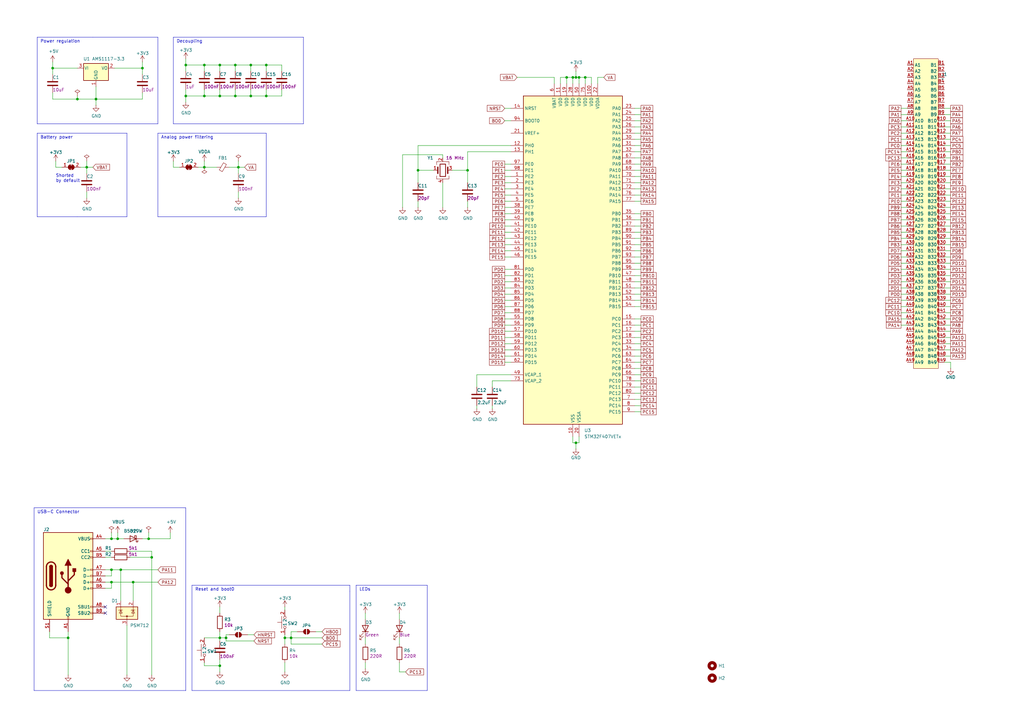
<source format=kicad_sch>
(kicad_sch (version 20250114) (generator "eeschema") (generator_version "9.0")
  (paper "A3")
  (text "Analog power filtering" (at 66.04 57.15 0) (effects (font (size 1.27 1.27)) (justify left bottom)))
  (text "Decoupling" (at 72.39 17.78 0) (effects (font (size 1.27 1.27)) (justify left bottom)))
  (text "Power regulation" (at 16.51 17.78 0) (effects (font (size 1.27 1.27)) (justify left bottom)))
  (text "USB-C Connector" (at 15.24 210.82 0) (effects (font (size 1.27 1.27)) (justify left bottom)))
  (text "LEDs" (at 147.32 242.57 0) (effects (font (size 1.27 1.27)) (justify left bottom)))
  (text "Reset and boot0" (at 80.01 242.57 0) (effects (font (size 1.27 1.27)) (justify left bottom)))
  (text "Battery power" (at 16.51 57.15 0) (effects (font (size 1.27 1.27)) (justify left bottom)))
  (text "Shorted\nby default" (at 22.86 74.93 0) (effects (font (size 1.27 1.27)) (justify left bottom)))
  (junction (at 58.42 27.94))
  (junction (at 35.56 68.58))
  (junction (at 116.84 261.62))
  (junction (at 39.37 40.64))
  (junction (at 62.23 228.6))
  (junction (at 92.71 261.62))
  (junction (at 60.96 220.98))
  (junction (at 90.17 261.62))
  (junction (at 76.2 26.67))
  (junction (at 90.17 26.67))
  (junction (at 48.26 220.98))
  (junction (at 45.72 238.76))
  (junction (at 109.22 39.37))
  (junction (at 90.17 39.37))
  (junction (at 102.87 39.37))
  (junction (at 96.52 39.37))
  (junction (at 54.61 238.76))
  (junction (at 102.87 26.67))
  (junction (at 236.22 31.75))
  (junction (at 49.53 233.68))
  (junction (at 27.94 261.62))
  (junction (at 76.2 39.37))
  (junction (at 83.82 68.58))
  (junction (at 45.72 220.98))
  (junction (at 90.17 273.05))
  (junction (at 83.82 39.37))
  (junction (at 240.03 31.75))
  (junction (at 31.75 40.64))
  (junction (at 119.38 261.62))
  (junction (at 83.82 26.67))
  (junction (at 234.95 31.75))
  (junction (at 232.41 31.75))
  (junction (at 237.49 31.75))
  (junction (at 21.59 27.94))
  (junction (at 109.22 26.67))
  (junction (at 45.72 233.68))
  (junction (at 97.79 68.58))
  (junction (at 171.45 69.85))
  (junction (at 236.22 181.61))
  (junction (at 191.77 69.85))
  (junction (at 96.52 26.67))
  (no_connect (at 43.18 248.92))
  (no_connect (at 43.18 251.46))
  (wire (pts (xy 96.52 39.37) (xy 90.17 39.37)))
  (wire (pts (xy 369.57 107.95) (xy 372.11 107.95)))
  (wire (pts (xy 21.59 27.94) (xy 21.59 25.4)))
  (wire (pts (xy 96.52 26.67) (xy 90.17 26.67)))
  (wire (pts (xy 369.57 110.49) (xy 372.11 110.49)))
  (wire (pts (xy 369.57 123.19) (xy 372.11 123.19)))
  (wire (pts (xy 262.89 140.97) (xy 260.35 140.97)))
  (wire (pts (xy 207.01 90.17) (xy 209.55 90.17)))
  (wire (pts (xy 237.49 179.07) (xy 237.49 181.61)))
  (wire (pts (xy 102.87 29.21) (xy 102.87 26.67)))
  (wire (pts (xy 242.57 34.29) (xy 242.57 31.75)))
  (wire (pts (xy 76.2 26.67) (xy 76.2 24.13)))
  (wire (pts (xy 83.82 66.04) (xy 83.82 68.58)))
  (wire (pts (xy 234.95 31.75) (xy 236.22 31.75)))
  (wire (pts (xy 116.84 260.35) (xy 116.84 261.62)))
  (wire (pts (xy 90.17 261.62) (xy 90.17 262.89)))
  (polyline (pts (xy 109.22 54.61) (xy 109.22 88.9)))
  (polyline (pts (xy 15.24 54.61) (xy 52.07 54.61)))
  (wire (pts (xy 201.93 166.37) (xy 201.93 167.64)))
  (wire (pts (xy 232.41 31.75) (xy 234.95 31.75)))
  (wire (pts (xy 181.61 74.93) (xy 181.61 85.09)))
  (wire (pts (xy 132.08 264.16) (xy 119.38 264.16)))
  (wire (pts (xy 227.33 34.29) (xy 227.33 31.75)))
  (wire (pts (xy 22.86 66.04) (xy 22.86 68.58)))
  (wire (pts (xy 45.72 228.6) (xy 43.18 228.6)))
  (wire (pts (xy 262.89 123.19) (xy 260.35 123.19)))
  (wire (pts (xy 21.59 38.1) (xy 21.59 40.64)))
  (wire (pts (xy 207.01 44.45) (xy 209.55 44.45)))
  (wire (pts (xy 76.2 26.67) (xy 76.2 29.21)))
  (wire (pts (xy 369.57 113.03) (xy 372.11 113.03)))
  (wire (pts (xy 369.57 64.77) (xy 372.11 64.77)))
  (wire (pts (xy 97.79 68.58) (xy 100.33 68.58)))
  (wire (pts (xy 54.61 238.76) (xy 64.77 238.76)))
  (wire (pts (xy 237.49 31.75) (xy 240.03 31.75)))
  (wire (pts (xy 90.17 275.59) (xy 90.17 273.05)))
  (wire (pts (xy 262.89 110.49) (xy 260.35 110.49)))
  (wire (pts (xy 20.32 259.08) (xy 20.32 261.62)))
  (wire (pts (xy 234.95 179.07) (xy 234.95 181.61)))
  (wire (pts (xy 369.57 67.31) (xy 372.11 67.31)))
  (wire (pts (xy 90.17 273.05) (xy 90.17 270.51)))
  (wire (pts (xy 389.89 62.23) (xy 387.35 62.23)))
  (wire (pts (xy 369.57 102.87) (xy 372.11 102.87)))
  (wire (pts (xy 31.75 40.64) (xy 39.37 40.64)))
  (wire (pts (xy 132.08 261.62) (xy 119.38 261.62)))
  (wire (pts (xy 262.89 107.95) (xy 260.35 107.95)))
  (wire (pts (xy 92.71 262.89) (xy 92.71 261.62)))
  (wire (pts (xy 369.57 74.93) (xy 372.11 74.93)))
  (wire (pts (xy 389.89 125.73) (xy 387.35 125.73)))
  (polyline (pts (xy 64.77 15.24) (xy 64.77 50.8)))
  (wire (pts (xy 262.89 118.11) (xy 260.35 118.11)))
  (wire (pts (xy 83.82 39.37) (xy 83.82 36.83)))
  (wire (pts (xy 60.96 220.98) (xy 69.85 220.98)))
  (wire (pts (xy 262.89 146.05) (xy 260.35 146.05)))
  (wire (pts (xy 171.45 59.69) (xy 171.45 69.85)))
  (wire (pts (xy 389.89 118.11) (xy 387.35 118.11)))
  (wire (pts (xy 389.89 105.41) (xy 387.35 105.41)))
  (polyline (pts (xy 78.74 240.03) (xy 143.51 240.03)))
  (wire (pts (xy 116.84 248.92) (xy 116.84 250.19)))
  (wire (pts (xy 262.89 161.29) (xy 260.35 161.29)))
  (wire (pts (xy 53.34 226.06) (xy 62.23 226.06)))
  (polyline (pts (xy 64.77 50.8) (xy 15.24 50.8)))
  (wire (pts (xy 27.94 259.08) (xy 27.94 261.62)))
  (wire (pts (xy 389.89 85.09) (xy 387.35 85.09)))
  (wire (pts (xy 389.89 74.93) (xy 387.35 74.93)))
  (polyline (pts (xy 124.46 50.8) (xy 71.12 50.8)))
  (wire (pts (xy 119.38 261.62) (xy 116.84 261.62)))
  (wire (pts (xy 389.89 69.85) (xy 387.35 69.85)))
  (wire (pts (xy 369.57 72.39) (xy 372.11 72.39)))
  (wire (pts (xy 43.18 226.06) (xy 45.72 226.06)))
  (wire (pts (xy 245.11 31.75) (xy 245.11 34.29)))
  (wire (pts (xy 262.89 135.89) (xy 260.35 135.89)))
  (polyline (pts (xy 13.97 283.21) (xy 13.97 208.28)))
  (wire (pts (xy 207.01 102.87) (xy 209.55 102.87)))
  (wire (pts (xy 389.89 107.95) (xy 387.35 107.95)))
  (wire (pts (xy 369.57 100.33) (xy 372.11 100.33)))
  (wire (pts (xy 207.01 138.43) (xy 209.55 138.43)))
  (wire (pts (xy 191.77 62.23) (xy 209.55 62.23)))
  (wire (pts (xy 389.89 80.01) (xy 387.35 80.01)))
  (wire (pts (xy 229.87 34.29) (xy 229.87 31.75)))
  (polyline (pts (xy 109.22 88.9) (xy 64.77 88.9)))
  (wire (pts (xy 262.89 97.79) (xy 260.35 97.79)))
  (wire (pts (xy 58.42 27.94) (xy 58.42 30.48)))
  (wire (pts (xy 20.32 261.62) (xy 27.94 261.62)))
  (wire (pts (xy 177.8 69.85) (xy 171.45 69.85)))
  (wire (pts (xy 33.02 68.58) (xy 35.56 68.58)))
  (polyline (pts (xy 146.05 283.21) (xy 146.05 240.03)))
  (wire (pts (xy 369.57 69.85) (xy 372.11 69.85)))
  (wire (pts (xy 262.89 166.37) (xy 260.35 166.37)))
  (wire (pts (xy 207.01 143.51) (xy 209.55 143.51)))
  (wire (pts (xy 92.71 261.62) (xy 92.71 260.35)))
  (wire (pts (xy 212.09 31.75) (xy 227.33 31.75)))
  (wire (pts (xy 76.2 41.91) (xy 76.2 39.37)))
  (wire (pts (xy 48.26 220.98) (xy 50.8 220.98)))
  (wire (pts (xy 181.61 64.77) (xy 181.61 63.5)))
  (wire (pts (xy 21.59 27.94) (xy 21.59 30.48)))
  (wire (pts (xy 115.57 26.67) (xy 115.57 29.21)))
  (wire (pts (xy 109.22 36.83) (xy 109.22 39.37)))
  (wire (pts (xy 195.58 153.67) (xy 195.58 158.75)))
  (wire (pts (xy 389.89 82.55) (xy 387.35 82.55)))
  (wire (pts (xy 21.59 27.94) (xy 31.75 27.94)))
  (wire (pts (xy 191.77 69.85) (xy 191.77 74.93)))
  (wire (pts (xy 389.89 130.81) (xy 387.35 130.81)))
  (wire (pts (xy 262.89 82.55) (xy 260.35 82.55)))
  (polyline (pts (xy 38.1 15.24) (xy 64.77 15.24)))
  (wire (pts (xy 81.28 68.58) (xy 83.82 68.58)))
  (wire (pts (xy 71.12 68.58) (xy 73.66 68.58)))
  (wire (pts (xy 262.89 64.77) (xy 260.35 64.77)))
  (wire (pts (xy 90.17 26.67) (xy 83.82 26.67)))
  (wire (pts (xy 45.72 238.76) (xy 54.61 238.76)))
  (wire (pts (xy 369.57 80.01) (xy 372.11 80.01)))
  (wire (pts (xy 90.17 261.62) (xy 92.71 261.62)))
  (wire (pts (xy 207.01 113.03) (xy 209.55 113.03)))
  (wire (pts (xy 207.01 133.35) (xy 209.55 133.35)))
  (wire (pts (xy 149.86 264.16) (xy 149.86 261.62)))
  (wire (pts (xy 236.22 29.21) (xy 236.22 31.75)))
  (wire (pts (xy 262.89 120.65) (xy 260.35 120.65)))
  (wire (pts (xy 262.89 113.03) (xy 260.35 113.03)))
  (wire (pts (xy 45.72 236.22) (xy 45.72 233.68)))
  (wire (pts (xy 207.01 80.01) (xy 209.55 80.01)))
  (wire (pts (xy 389.89 72.39) (xy 387.35 72.39)))
  (wire (pts (xy 62.23 226.06) (xy 62.23 228.6)))
  (wire (pts (xy 389.89 90.17) (xy 387.35 90.17)))
  (wire (pts (xy 262.89 163.83) (xy 260.35 163.83)))
  (wire (pts (xy 389.89 113.03) (xy 387.35 113.03)))
  (wire (pts (xy 207.01 115.57) (xy 209.55 115.57)))
  (wire (pts (xy 389.89 52.07) (xy 387.35 52.07)))
  (wire (pts (xy 191.77 62.23) (xy 191.77 69.85)))
  (wire (pts (xy 262.89 151.13) (xy 260.35 151.13)))
  (wire (pts (xy 262.89 67.31) (xy 260.35 67.31)))
  (wire (pts (xy 387.35 146.05) (xy 389.89 146.05)))
  (wire (pts (xy 369.57 125.73) (xy 372.11 125.73)))
  (wire (pts (xy 237.49 181.61) (xy 236.22 181.61)))
  (wire (pts (xy 262.89 143.51) (xy 260.35 143.51)))
  (wire (pts (xy 60.96 218.44) (xy 60.96 220.98)))
  (wire (pts (xy 83.82 68.58) (xy 88.9 68.58)))
  (wire (pts (xy 262.89 90.17) (xy 260.35 90.17)))
  (wire (pts (xy 262.89 74.93) (xy 260.35 74.93)))
  (wire (pts (xy 387.35 44.45) (xy 389.89 44.45)))
  (wire (pts (xy 240.03 31.75) (xy 242.57 31.75)))
  (wire (pts (xy 207.01 140.97) (xy 209.55 140.97)))
  (wire (pts (xy 232.41 34.29) (xy 232.41 31.75)))
  (wire (pts (xy 262.89 138.43) (xy 260.35 138.43)))
  (wire (pts (xy 369.57 128.27) (xy 372.11 128.27)))
  (wire (pts (xy 181.61 63.5) (xy 165.1 63.5)))
  (wire (pts (xy 369.57 97.79) (xy 372.11 97.79)))
  (wire (pts (xy 43.18 241.3) (xy 45.72 241.3)))
  (wire (pts (xy 90.17 259.08) (xy 90.17 261.62)))
  (wire (pts (xy 262.89 69.85) (xy 260.35 69.85)))
  (wire (pts (xy 387.35 49.53) (xy 389.89 49.53)))
  (polyline (pts (xy 71.12 15.24) (xy 124.46 15.24)))
  (wire (pts (xy 262.89 54.61) (xy 260.35 54.61)))
  (wire (pts (xy 262.89 92.71) (xy 260.35 92.71)))
  (wire (pts (xy 389.89 138.43) (xy 387.35 138.43)))
  (wire (pts (xy 92.71 260.35) (xy 93.98 260.35)))
  (wire (pts (xy 90.17 39.37) (xy 83.82 39.37)))
  (wire (pts (xy 229.87 31.75) (xy 232.41 31.75)))
  (wire (pts (xy 52.07 256.54) (xy 52.07 276.86)))
  (wire (pts (xy 58.42 38.1) (xy 58.42 40.64)))
  (polyline (pts (xy 175.26 283.21) (xy 146.05 283.21)))
  (wire (pts (xy 262.89 168.91) (xy 260.35 168.91)))
  (wire (pts (xy 171.45 82.55) (xy 171.45 85.09)))
  (wire (pts (xy 97.79 78.74) (xy 97.79 81.28)))
  (wire (pts (xy 389.89 92.71) (xy 387.35 92.71)))
  (wire (pts (xy 262.89 80.01) (xy 260.35 80.01)))
  (wire (pts (xy 389.89 123.19) (xy 387.35 123.19)))
  (wire (pts (xy 387.35 46.99) (xy 389.89 46.99)))
  (wire (pts (xy 207.01 125.73) (xy 209.55 125.73)))
  (wire (pts (xy 262.89 130.81) (xy 260.35 130.81)))
  (wire (pts (xy 96.52 26.67) (xy 96.52 29.21)))
  (wire (pts (xy 207.01 146.05) (xy 209.55 146.05)))
  (polyline (pts (xy 124.46 15.24) (xy 124.46 50.8)))
  (wire (pts (xy 97.79 68.58) (xy 97.79 71.12)))
  (wire (pts (xy 262.89 57.15) (xy 260.35 57.15)))
  (wire (pts (xy 369.57 44.45) (xy 372.11 44.45)))
  (wire (pts (xy 83.82 271.78) (xy 83.82 273.05)))
  (wire (pts (xy 262.89 148.59) (xy 260.35 148.59)))
  (polyline (pts (xy 143.51 242.57) (xy 143.51 283.21)))
  (polyline (pts (xy 64.77 54.61) (xy 64.77 88.9)))
  (wire (pts (xy 207.01 77.47) (xy 209.55 77.47)))
  (wire (pts (xy 116.84 271.78) (xy 116.84 275.59)))
  (polyline (pts (xy 15.24 88.9) (xy 15.24 54.61)))
  (wire (pts (xy 369.57 92.71) (xy 372.11 92.71)))
  (wire (pts (xy 119.38 264.16) (xy 119.38 261.62)))
  (wire (pts (xy 389.89 128.27) (xy 387.35 128.27)))
  (wire (pts (xy 207.01 135.89) (xy 209.55 135.89)))
  (polyline (pts (xy 76.2 283.21) (xy 13.97 283.21)))
  (wire (pts (xy 31.75 39.37) (xy 31.75 40.64)))
  (wire (pts (xy 262.89 100.33) (xy 260.35 100.33)))
  (polyline (pts (xy 15.24 50.8) (xy 15.24 15.24)))
  (wire (pts (xy 165.1 63.5) (xy 165.1 85.09)))
  (wire (pts (xy 209.55 59.69) (xy 171.45 59.69)))
  (wire (pts (xy 237.49 34.29) (xy 237.49 31.75)))
  (wire (pts (xy 207.01 49.53) (xy 209.55 49.53)))
  (wire (pts (xy 163.83 275.59) (xy 166.37 275.59)))
  (wire (pts (xy 207.01 92.71) (xy 209.55 92.71)))
  (wire (pts (xy 201.93 156.21) (xy 209.55 156.21)))
  (wire (pts (xy 22.86 68.58) (xy 25.4 68.58)))
  (wire (pts (xy 45.72 218.44) (xy 45.72 220.98)))
  (wire (pts (xy 54.61 238.76) (xy 54.61 246.38)))
  (wire (pts (xy 39.37 43.18) (xy 39.37 40.64)))
  (wire (pts (xy 53.34 228.6) (xy 62.23 228.6)))
  (wire (pts (xy 234.95 34.29) (xy 234.95 31.75)))
  (wire (pts (xy 389.89 64.77) (xy 387.35 64.77)))
  (wire (pts (xy 90.17 36.83) (xy 90.17 39.37)))
  (wire (pts (xy 102.87 39.37) (xy 96.52 39.37)))
  (wire (pts (xy 163.83 251.46) (xy 163.83 254)))
  (wire (pts (xy 39.37 35.56) (xy 39.37 40.64)))
  (wire (pts (xy 262.89 133.35) (xy 260.35 133.35)))
  (polyline (pts (xy 76.2 283.21) (xy 76.2 283.21)))
  (wire (pts (xy 49.53 233.68) (xy 64.77 233.68)))
  (wire (pts (xy 207.01 74.93) (xy 209.55 74.93)))
  (wire (pts (xy 387.35 143.51) (xy 389.89 143.51)))
  (wire (pts (xy 102.87 26.67) (xy 109.22 26.67)))
  (wire (pts (xy 207.01 82.55) (xy 209.55 82.55)))
  (wire (pts (xy 207.01 120.65) (xy 209.55 120.65)))
  (wire (pts (xy 207.01 130.81) (xy 209.55 130.81)))
  (wire (pts (xy 209.55 153.67) (xy 195.58 153.67)))
  (wire (pts (xy 191.77 82.55) (xy 191.77 85.09)))
  (wire (pts (xy 207.01 87.63) (xy 209.55 87.63)))
  (wire (pts (xy 83.82 273.05) (xy 90.17 273.05)))
  (wire (pts (xy 35.56 78.74) (xy 35.56 81.28)))
  (wire (pts (xy 369.57 115.57) (xy 372.11 115.57)))
  (wire (pts (xy 262.89 52.07) (xy 260.35 52.07)))
  (wire (pts (xy 69.85 220.98) (xy 69.85 218.44)))
  (wire (pts (xy 262.89 156.21) (xy 260.35 156.21)))
  (wire (pts (xy 262.89 105.41) (xy 260.35 105.41)))
  (wire (pts (xy 262.89 49.53) (xy 260.35 49.53)))
  (wire (pts (xy 207.01 128.27) (xy 209.55 128.27)))
  (wire (pts (xy 104.14 262.89) (xy 92.71 262.89)))
  (wire (pts (xy 45.72 233.68) (xy 49.53 233.68)))
  (wire (pts (xy 369.57 57.15) (xy 372.11 57.15)))
  (wire (pts (xy 48.26 218.44) (xy 48.26 220.98)))
  (wire (pts (xy 129.54 259.08) (xy 132.08 259.08)))
  (wire (pts (xy 389.89 115.57) (xy 387.35 115.57)))
  (wire (pts (xy 369.57 90.17) (xy 372.11 90.17)))
  (polyline (pts (xy 15.24 15.24) (xy 38.1 15.24)))
  (wire (pts (xy 389.89 102.87) (xy 387.35 102.87)))
  (wire (pts (xy 58.42 220.98) (xy 60.96 220.98)))
  (wire (pts (xy 71.12 66.04) (xy 71.12 68.58)))
  (wire (pts (xy 101.6 260.35) (xy 104.14 260.35)))
  (wire (pts (xy 369.57 118.11) (xy 372.11 118.11)))
  (wire (pts (xy 262.89 44.45) (xy 260.35 44.45)))
  (wire (pts (xy 369.57 62.23) (xy 372.11 62.23)))
  (wire (pts (xy 369.57 95.25) (xy 372.11 95.25)))
  (wire (pts (xy 43.18 236.22) (xy 45.72 236.22)))
  (wire (pts (xy 207.01 105.41) (xy 209.55 105.41)))
  (polyline (pts (xy 149.86 240.03) (xy 175.26 240.03)))
  (wire (pts (xy 389.89 120.65) (xy 387.35 120.65)))
  (polyline (pts (xy 143.51 283.21) (xy 78.74 283.21)))
  (polyline (pts (xy 146.05 240.03) (xy 149.86 240.03)))
  (wire (pts (xy 21.59 40.64) (xy 31.75 40.64)))
  (wire (pts (xy 389.89 67.31) (xy 387.35 67.31)))
  (wire (pts (xy 262.89 87.63) (xy 260.35 87.63)))
  (wire (pts (xy 43.18 220.98) (xy 45.72 220.98)))
  (wire (pts (xy 389.89 148.59) (xy 389.89 151.13)))
  (wire (pts (xy 76.2 39.37) (xy 83.82 39.37)))
  (wire (pts (xy 247.65 31.75) (xy 245.11 31.75)))
  (wire (pts (xy 58.42 27.94) (xy 58.42 25.4)))
  (polyline (pts (xy 143.51 240.03) (xy 143.51 242.57)))
  (wire (pts (xy 262.89 46.99) (xy 260.35 46.99)))
  (wire (pts (xy 262.89 72.39) (xy 260.35 72.39)))
  (wire (pts (xy 389.89 135.89) (xy 387.35 135.89)))
  (wire (pts (xy 45.72 220.98) (xy 48.26 220.98)))
  (wire (pts (xy 369.57 87.63) (xy 372.11 87.63)))
  (wire (pts (xy 207.01 72.39) (xy 209.55 72.39)))
  (polyline (pts (xy 175.26 240.03) (xy 175.26 283.21)))
  (wire (pts (xy 207.01 97.79) (xy 209.55 97.79)))
  (wire (pts (xy 39.37 40.64) (xy 58.42 40.64)))
  (wire (pts (xy 201.93 156.21) (xy 201.93 158.75)))
  (wire (pts (xy 207.01 95.25) (xy 209.55 95.25)))
  (polyline (pts (xy 52.07 54.61) (xy 52.07 88.9)))
  (wire (pts (xy 45.72 238.76) (xy 43.18 238.76)))
  (polyline (pts (xy 31.75 88.9) (xy 15.24 88.9)))
  (wire (pts (xy 369.57 82.55) (xy 372.11 82.55)))
  (wire (pts (xy 369.57 120.65) (xy 372.11 120.65)))
  (wire (pts (xy 369.57 54.61) (xy 372.11 54.61)))
  (wire (pts (xy 76.2 26.67) (xy 83.82 26.67)))
  (wire (pts (xy 262.89 59.69) (xy 260.35 59.69)))
  (wire (pts (xy 35.56 68.58) (xy 38.1 68.58)))
  (wire (pts (xy 115.57 39.37) (xy 115.57 36.83)))
  (wire (pts (xy 90.17 248.92) (xy 90.17 251.46)))
  (wire (pts (xy 83.82 26.67) (xy 83.82 29.21)))
  (wire (pts (xy 389.89 54.61) (xy 387.35 54.61)))
  (wire (pts (xy 149.86 254) (xy 149.86 251.46)))
  (wire (pts (xy 262.89 125.73) (xy 260.35 125.73)))
  (wire (pts (xy 262.89 77.47) (xy 260.35 77.47)))
  (wire (pts (xy 262.89 95.25) (xy 260.35 95.25)))
  (wire (pts (xy 109.22 26.67) (xy 115.57 26.67)))
  (wire (pts (xy 389.89 100.33) (xy 387.35 100.33)))
  (wire (pts (xy 207.01 69.85) (xy 209.55 69.85)))
  (wire (pts (xy 234.95 181.61) (xy 236.22 181.61)))
  (wire (pts (xy 109.22 26.67) (xy 109.22 29.21)))
  (wire (pts (xy 149.86 274.32) (xy 149.86 271.78)))
  (wire (pts (xy 262.89 158.75) (xy 260.35 158.75)))
  (wire (pts (xy 76.2 36.83) (xy 76.2 39.37)))
  (wire (pts (xy 387.35 140.97) (xy 389.89 140.97)))
  (wire (pts (xy 262.89 115.57) (xy 260.35 115.57)))
  (wire (pts (xy 45.72 241.3) (xy 45.72 238.76)))
  (wire (pts (xy 387.35 148.59) (xy 389.89 148.59)))
  (wire (pts (xy 389.89 87.63) (xy 387.35 87.63)))
  (wire (pts (xy 369.57 85.09) (xy 372.11 85.09)))
  (wire (pts (xy 369.57 77.47) (xy 372.11 77.47)))
  (wire (pts (xy 389.89 97.79) (xy 387.35 97.79)))
  (wire (pts (xy 163.83 261.62) (xy 163.83 264.16)))
  (wire (pts (xy 369.57 49.53) (xy 372.11 49.53)))
  (wire (pts (xy 62.23 228.6) (xy 62.23 276.86)))
  (wire (pts (xy 369.57 59.69) (xy 372.11 59.69)))
  (wire (pts (xy 90.17 29.21) (xy 90.17 26.67)))
  (wire (pts (xy 83.82 261.62) (xy 90.17 261.62)))
  (wire (pts (xy 389.89 110.49) (xy 387.35 110.49)))
  (wire (pts (xy 102.87 26.67) (xy 96.52 26.67)))
  (wire (pts (xy 369.57 105.41) (xy 372.11 105.41)))
  (wire (pts (xy 207.01 67.31) (xy 209.55 67.31)))
  (wire (pts (xy 102.87 36.83) (xy 102.87 39.37)))
  (wire (pts (xy 207.01 118.11) (xy 209.55 118.11)))
  (wire (pts (xy 185.42 69.85) (xy 191.77 69.85)))
  (wire (pts (xy 46.99 27.94) (xy 58.42 27.94)))
  (wire (pts (xy 262.89 153.67) (xy 260.35 153.67)))
  (wire (pts (xy 207.01 100.33) (xy 209.55 100.33)))
  (wire (pts (xy 102.87 39.37) (xy 109.22 39.37)))
  (wire (pts (xy 96.52 39.37) (xy 96.52 36.83)))
  (polyline (pts (xy 76.2 208.28) (xy 76.2 283.21)))
  (wire (pts (xy 207.01 123.19) (xy 209.55 123.19)))
  (wire (pts (xy 389.89 57.15) (xy 387.35 57.15)))
  (wire (pts (xy 207.01 85.09) (xy 209.55 85.09)))
  (wire (pts (xy 262.89 62.23) (xy 260.35 62.23)))
  (wire (pts (xy 35.56 68.58) (xy 35.56 71.12)))
  (wire (pts (xy 262.89 102.87) (xy 260.35 102.87)))
  (wire (pts (xy 27.94 261.62) (xy 27.94 276.86)))
  (wire (pts (xy 43.18 233.68) (xy 45.72 233.68)))
  (polyline (pts (xy 71.12 15.24) (xy 71.12 50.8)))
  (wire (pts (xy 389.89 95.25) (xy 387.35 95.25)))
  (wire (pts (xy 389.89 59.69) (xy 387.35 59.69)))
  (polyline (pts (xy 64.77 54.61) (xy 109.22 54.61)))
  (wire (pts (xy 389.89 133.35) (xy 387.35 133.35)))
  (wire (pts (xy 97.79 66.04) (xy 97.79 68.58)))
  (wire (pts (xy 119.38 261.62) (xy 119.38 259.08)))
  (wire (pts (xy 236.22 181.61) (xy 236.22 184.15)))
  (wire (pts (xy 119.38 259.08) (xy 121.92 259.08)))
  (wire (pts (xy 35.56 66.04) (xy 35.56 68.58)))
  (wire (pts (xy 195.58 166.37) (xy 195.58 167.64)))
  (wire (pts (xy 207.01 148.59) (xy 209.55 148.59)))
  (wire (pts (xy 236.22 31.75) (xy 237.49 31.75)))
  (polyline (pts (xy 31.75 88.9) (xy 52.07 88.9)))
  (wire (pts (xy 240.03 31.75) (xy 240.03 34.29)))
  (wire (pts (xy 369.57 130.81) (xy 372.11 130.81)))
  (wire (pts (xy 49.53 233.68) (xy 49.53 246.38)))
  (wire (pts (xy 171.45 69.85) (xy 171.45 74.93)))
  (wire (pts (xy 207.01 110.49) (xy 209.55 110.49)))
  (wire (pts (xy 389.89 77.47) (xy 387.35 77.47)))
  (wire (pts (xy 163.83 271.78) (xy 163.83 275.59)))
  (wire (pts (xy 93.98 68.58) (xy 97.79 68.58)))
  (wire (pts (xy 116.84 261.62) (xy 116.84 264.16)))
  (polyline (pts (xy 78.74 283.21) (xy 78.74 240.03)))
  (wire (pts (xy 369.57 133.35) (xy 372.11 133.35)))
  (polyline (pts (xy 13.97 208.28) (xy 76.2 208.28)))
  (wire (pts (xy 369.57 46.99) (xy 372.11 46.99)))
  (wire (pts (xy 109.22 39.37) (xy 115.57 39.37)))
  (wire (pts (xy 369.57 52.07) (xy 372.11 52.07)))
  (global_label "PD0" (shape passive) (at 369.57 120.65 180) (property "Intersheetrefs" "${INTERSHEET_REFS}" (effects (hide yes))))
  (global_label "PC14" (shape passive) (at 262.89 166.37 0) (property "Intersheetrefs" "${INTERSHEET_REFS}" (effects (hide yes))))
  (global_label "PD3" (shape passive) (at 207.01 118.11 180) (property "Intersheetrefs" "${INTERSHEET_REFS}" (effects (hide yes))))
  (global_label "PE5" (shape passive) (at 369.57 69.85 180) (property "Intersheetrefs" "${INTERSHEET_REFS}" (effects (hide yes))))
  (global_label "PE11" (shape passive) (at 207.01 95.25 180) (property "Intersheetrefs" "${INTERSHEET_REFS}" (effects (hide yes))))
  (global_label "PD11" (shape passive) (at 389.89 110.49 0) (property "Intersheetrefs" "${INTERSHEET_REFS}" (effects (hide yes))))
  (global_label "PA15" (shape passive) (at 369.57 130.81 180) (property "Intersheetrefs" "${INTERSHEET_REFS}" (effects (hide yes))))
  (global_label "PB8" (shape passive) (at 369.57 87.63 180) (property "Intersheetrefs" "${INTERSHEET_REFS}" (effects (hide yes))))
  (global_label "PB11" (shape passive) (at 262.89 115.57 0) (property "Intersheetrefs" "${INTERSHEET_REFS}" (effects (hide yes))))
  (global_label "PA13" (shape passive) (at 389.89 146.05 0) (property "Intersheetrefs" "${INTERSHEET_REFS}" (effects (hide yes))))
  (global_label "PA8" (shape passive) (at 389.89 133.35 0) (property "Intersheetrefs" "${INTERSHEET_REFS}" (effects (hide yes))))
  (global_label "PA7" (shape passive) (at 389.89 54.61 0) (property "Intersheetrefs" "${INTERSHEET_REFS}" (effects (hide yes))))
  (global_label "PE3" (shape passive) (at 369.57 74.93 180) (property "Intersheetrefs" "${INTERSHEET_REFS}" (effects (hide yes))))
  (global_label "PC13" (shape passive) (at 262.89 163.83 0) (property "Intersheetrefs" "${INTERSHEET_REFS}" (effects (hide yes))))
  (global_label "PC14" (shape passive) (at 369.57 62.23 180) (property "Intersheetrefs" "${INTERSHEET_REFS}" (effects (hide yes))))
  (global_label "PD2" (shape passive) (at 369.57 115.57 180) (property "Intersheetrefs" "${INTERSHEET_REFS}" (effects (hide yes))))
  (global_label "PB6" (shape passive) (at 262.89 102.87 0) (property "Intersheetrefs" "${INTERSHEET_REFS}" (effects (hide yes))))
  (global_label "PA10" (shape passive) (at 389.89 138.43 0) (property "Intersheetrefs" "${INTERSHEET_REFS}" (effects (hide yes))))
  (global_label "PB14" (shape passive) (at 389.89 97.79 0) (property "Intersheetrefs" "${INTERSHEET_REFS}" (effects (hide yes))))
  (global_label "PC12" (shape passive) (at 369.57 123.19 180) (property "Intersheetrefs" "${INTERSHEET_REFS}" (effects (hide yes))))
  (global_label "PA0" (shape passive) (at 262.89 44.45 0) (property "Intersheetrefs" "${INTERSHEET_REFS}" (effects (hide yes))))
  (global_label "PA15" (shape passive) (at 262.89 82.55 0) (property "Intersheetrefs" "${INTERSHEET_REFS}" (effects (hide yes))))
  (global_label "PB5" (shape passive) (at 262.89 100.33 0) (property "Intersheetrefs" "${INTERSHEET_REFS}" (effects (hide yes))))
  (global_label "PE8" (shape passive) (at 207.01 87.63 180) (property "Intersheetrefs" "${INTERSHEET_REFS}" (effects (hide yes))))
  (global_label "PA7" (shape passive) (at 262.89 62.23 0) (property "Intersheetrefs" "${INTERSHEET_REFS}" (effects (hide yes))))
  (global_label "PC4" (shape passive) (at 262.89 140.97 0) (property "Intersheetrefs" "${INTERSHEET_REFS}" (effects (hide yes))))
  (global_label "PC9" (shape passive) (at 389.89 130.81 0) (property "Intersheetrefs" "${INTERSHEET_REFS}" (effects (hide yes))))
  (global_label "PB15" (shape passive) (at 389.89 100.33 0) (property "Intersheetrefs" "${INTERSHEET_REFS}" (effects (hide yes))))
  (global_label "PA2" (shape passive) (at 369.57 44.45 180) (property "Intersheetrefs" "${INTERSHEET_REFS}" (effects (hide yes))))
  (global_label "PC7" (shape passive) (at 262.89 148.59 0) (property "Intersheetrefs" "${INTERSHEET_REFS}" (effects (hide yes))))
  (global_label "VA" (shape input) (at 100.33 68.58 0) (property "Intersheetrefs" "${INTERSHEET_REFS}" (effects (hide yes))))
  (global_label "PB1" (shape passive) (at 389.89 64.77 0) (property "Intersheetrefs" "${INTERSHEET_REFS}" (effects (hide yes))))
  (global_label "PB9" (shape passive) (at 369.57 85.09 180) (property "Intersheetrefs" "${INTERSHEET_REFS}" (effects (hide yes))))
  (global_label "PC2" (shape passive) (at 369.57 54.61 180) (property "Intersheetrefs" "${INTERSHEET_REFS}" (effects (hide yes))))
  (global_label "PA11" (shape passive) (at 389.89 140.97 0) (property "Intersheetrefs" "${INTERSHEET_REFS}" (effects (hide yes))))
  (global_label "PB0" (shape passive) (at 262.89 87.63 0) (property "Intersheetrefs" "${INTERSHEET_REFS}" (effects (hide yes))))
  (global_label "PE2" (shape passive) (at 369.57 77.47 180) (property "Intersheetrefs" "${INTERSHEET_REFS}" (effects (hide yes))))
  (global_label "PB9" (shape passive) (at 262.89 110.49 0) (property "Intersheetrefs" "${INTERSHEET_REFS}" (effects (hide yes))))
  (global_label "PA12" (shape passive) (at 262.89 74.93 0) (property "Intersheetrefs" "${INTERSHEET_REFS}" (effects (hide yes))))
  (global_label "PD5" (shape passive) (at 369.57 107.95 180) (property "Intersheetrefs" "${INTERSHEET_REFS}" (effects (hide yes))))
  (global_label "PE7" (shape passive) (at 207.01 85.09 180) (property "Intersheetrefs" "${INTERSHEET_REFS}" (effects (hide yes))))
  (global_label "HBO0" (shape input) (at 132.08 259.08 0) (property "Intersheetrefs" "${INTERSHEET_REFS}" (effects (hide yes))))
  (global_label "PB5" (shape passive) (at 369.57 95.25 180) (property "Intersheetrefs" "${INTERSHEET_REFS}" (effects (hide yes))))
  (global_label "PD7" (shape passive) (at 369.57 102.87 180) (property "Intersheetrefs" "${INTERSHEET_REFS}" (effects (hide yes))))
  (global_label "PD11" (shape passive) (at 207.01 138.43 180) (property "Intersheetrefs" "${INTERSHEET_REFS}" (effects (hide yes))))
  (global_label "PA4" (shape passive) (at 262.89 54.61 0) (property "Intersheetrefs" "${INTERSHEET_REFS}" (effects (hide yes))))
  (global_label "PE0" (shape passive) (at 369.57 82.55 180) (property "Intersheetrefs" "${INTERSHEET_REFS}" (effects (hide yes))))
  (global_label "PE9" (shape passive) (at 389.89 74.93 0) (property "Intersheetrefs" "${INTERSHEET_REFS}" (effects (hide yes))))
  (global_label "PD12" (shape passive) (at 389.89 113.03 0) (property "Intersheetrefs" "${INTERSHEET_REFS}" (effects (hide yes))))
  (global_label "VBAT" (shape input) (at 38.1 68.58 0) (property "Intersheetrefs" "${INTERSHEET_REFS}" (effects (hide yes))))
  (global_label "PA3" (shape passive) (at 389.89 44.45 0) (property "Intersheetrefs" "${INTERSHEET_REFS}" (effects (hide yes))))
  (global_label "PE14" (shape passive) (at 207.01 102.87 180) (property "Intersheetrefs" "${INTERSHEET_REFS}" (effects (hide yes))))
  (global_label "PA10" (shape passive) (at 262.89 69.85 0) (property "Intersheetrefs" "${INTERSHEET_REFS}" (effects (hide yes))))
  (global_label "PB4" (shape passive) (at 262.89 97.79 0) (property "Intersheetrefs" "${INTERSHEET_REFS}" (effects (hide yes))))
  (global_label "PA3" (shape passive) (at 262.89 52.07 0) (property "Intersheetrefs" "${INTERSHEET_REFS}" (effects (hide yes))))
  (global_label "PE5" (shape passive) (at 207.01 80.01 180) (property "Intersheetrefs" "${INTERSHEET_REFS}" (effects (hide yes))))
  (global_label "PA0" (shape passive) (at 369.57 49.53 180) (property "Intersheetrefs" "${INTERSHEET_REFS}" (effects (hide yes))))
  (global_label "PA1" (shape passive) (at 262.89 46.99 0) (property "Intersheetrefs" "${INTERSHEET_REFS}" (effects (hide yes))))
  (global_label "PA8" (shape passive) (at 262.89 64.77 0) (property "Intersheetrefs" "${INTERSHEET_REFS}" (effects (hide yes))))
  (global_label "PC15" (shape input) (at 132.08 264.16 0) (property "Intersheetrefs" "${INTERSHEET_REFS}" (effects (hide yes))))
  (global_label "PA11" (shape input) (at 64.77 233.68 0) (property "Intersheetrefs" "${INTERSHEET_REFS}" (effects (hide yes))))
  (global_label "PA13" (shape passive) (at 262.89 77.47 0) (property "Intersheetrefs" "${INTERSHEET_REFS}" (effects (hide yes))))
  (global_label "PD6" (shape passive) (at 207.01 125.73 180) (property "Intersheetrefs" "${INTERSHEET_REFS}" (effects (hide yes))))
  (global_label "PD8" (shape passive) (at 207.01 130.81 180) (property "Intersheetrefs" "${INTERSHEET_REFS}" (effects (hide yes))))
  (global_label "PD5" (shape passive) (at 207.01 123.19 180) (property "Intersheetrefs" "${INTERSHEET_REFS}" (effects (hide yes))))
  (global_label "PD4" (shape passive) (at 207.01 120.65 180) (property "Intersheetrefs" "${INTERSHEET_REFS}" (effects (hide yes))))
  (global_label "PD1" (shape passive) (at 207.01 113.03 180) (property "Intersheetrefs" "${INTERSHEET_REFS}" (effects (hide yes))))
  (global_label "PB8" (shape passive) (at 262.89 107.95 0) (property "Intersheetrefs" "${INTERSHEET_REFS}" (effects (hide yes))))
  (global_label "PE7" (shape passive) (at 389.89 69.85 0) (property "Intersheetrefs" "${INTERSHEET_REFS}" (effects (hide yes))))
  (global_label "PB12" (shape passive) (at 262.89 118.11 0) (property "Intersheetrefs" "${INTERSHEET_REFS}" (effects (hide yes))))
  (global_label "PC6" (shape passive) (at 262.89 146.05 0) (property "Intersheetrefs" "${INTERSHEET_REFS}" (effects (hide yes))))
  (global_label "PC0" (shape passive) (at 369.57 59.69 180) (property "Intersheetrefs" "${INTERSHEET_REFS}" (effects (hide yes))))
  (global_label "PB14" (shape passive) (at 262.89 123.19 0) (property "Intersheetrefs" "${INTERSHEET_REFS}" (effects (hide yes))))
  (global_label "PD9" (shape passive) (at 207.01 133.35 180) (property "Intersheetrefs" "${INTERSHEET_REFS}" (effects (hide yes))))
  (global_label "PE1" (shape passive) (at 207.01 69.85 180) (property "Intersheetrefs" "${INTERSHEET_REFS}" (effects (hide yes))))
  (global_label "PC9" (shape passive) (at 262.89 153.67 0) (property "Intersheetrefs" "${INTERSHEET_REFS}" (effects (hide yes))))
  (global_label "PC13" (shape passive) (at 369.57 64.77 180) (property "Intersheetrefs" "${INTERSHEET_REFS}" (effects (hide yes))))
  (global_label "PB0" (shape passive) (at 389.89 62.23 0) (property "Intersheetrefs" "${INTERSHEET_REFS}" (effects (hide yes))))
  (global_label "PE4" (shape passive) (at 369.57 72.39 180) (property "Intersheetrefs" "${INTERSHEET_REFS}" (effects (hide yes))))
  (global_label "PC11" (shape passive) (at 369.57 125.73 180) (property "Intersheetrefs" "${INTERSHEET_REFS}" (effects (hide yes))))
  (global_label "NRST" (shape input) (at 207.01 44.45 180) (property "Intersheetrefs" "${INTERSHEET_REFS}" (effects (hide yes))))
  (global_label "PC8" (shape passive) (at 389.89 128.27 0) (property "Intersheetrefs" "${INTERSHEET_REFS}" (effects (hide yes))))
  (global_label "PE13" (shape passive) (at 389.89 85.09 0) (property "Intersheetrefs" "${INTERSHEET_REFS}" (effects (hide yes))))
  (global_label "PB3" (shape passive) (at 262.89 95.25 0) (property "Intersheetrefs" "${INTERSHEET_REFS}" (effects (hide yes))))
  (global_label "PC4" (shape passive) (at 389.89 57.15 0) (property "Intersheetrefs" "${INTERSHEET_REFS}" (effects (hide yes))))
  (global_label "PA12" (shape passive) (at 389.89 143.51 0) (property "Intersheetrefs" "${INTERSHEET_REFS}" (effects (hide yes))))
  (global_label "PD2" (shape passive) (at 207.01 115.57 180) (property "Intersheetrefs" "${INTERSHEET_REFS}" (effects (hide yes))))
  (global_label "PD14" (shape passive) (at 207.01 146.05 180) (property "Intersheetrefs" "${INTERSHEET_REFS}" (effects (hide yes))))
  (global_label "NRST" (shape input) (at 104.14 262.89 0) (property "Intersheetrefs" "${INTERSHEET_REFS}" (effects (hide yes))))
  (global_label "PC5" (shape passive) (at 389.89 59.69 0) (property "Intersheetrefs" "${INTERSHEET_REFS}" (effects (hide yes))))
  (global_label "PB6" (shape passive) (at 369.57 92.71 180) (property "Intersheetrefs" "${INTERSHEET_REFS}" (effects (hide yes))))
  (global_label "PD13" (shape passive) (at 389.89 115.57 0) (property "Intersheetrefs" "${INTERSHEET_REFS}" (effects (hide yes))))
  (global_label "PB4" (shape passive) (at 369.57 97.79 180) (property "Intersheetrefs" "${INTERSHEET_REFS}" (effects (hide yes))))
  (global_label "PE8" (shape passive) (at 389.89 72.39 0) (property "Intersheetrefs" "${INTERSHEET_REFS}" (effects (hide yes))))
  (global_label "PD7" (shape passive) (at 207.01 128.27 180) (property "Intersheetrefs" "${INTERSHEET_REFS}" (effects (hide yes))))
  (global_label "PB12" (shape passive) (at 389.89 92.71 0) (property "Intersheetrefs" "${INTERSHEET_REFS}" (effects (hide yes))))
  (global_label "HNRST" (shape input) (at 104.14 260.35 0) (property "Intersheetrefs" "${INTERSHEET_REFS}" (effects (hide yes))))
  (global_label "PC8" (shape passive) (at 262.89 151.13 0) (property "Intersheetrefs" "${INTERSHEET_REFS}" (effects (hide yes))))
  (global_label "PC3" (shape passive) (at 262.89 138.43 0) (property "Intersheetrefs" "${INTERSHEET_REFS}" (effects (hide yes))))
  (global_label "PC6" (shape passive) (at 389.89 123.19 0) (property "Intersheetrefs" "${INTERSHEET_REFS}" (effects (hide yes))))
  (global_label "PC0" (shape passive) (at 262.89 130.81 0) (property "Intersheetrefs" "${INTERSHEET_REFS}" (effects (hide yes))))
  (global_label "PC7" (shape passive) (at 389.89 125.73 0) (property "Intersheetrefs" "${INTERSHEET_REFS}" (effects (hide yes))))
  (global_label "PC15" (shape passive) (at 262.89 168.91 0) (property "Intersheetrefs" "${INTERSHEET_REFS}" (effects (hide yes))))
  (global_label "PB2" (shape passive) (at 389.89 67.31 0) (property "Intersheetrefs" "${INTERSHEET_REFS}" (effects (hide yes))))
  (global_label "PE6" (shape passive) (at 207.01 82.55 180) (property "Intersheetrefs" "${INTERSHEET_REFS}" (effects (hide yes))))
  (global_label "PA5" (shape passive) (at 389.89 49.53 0) (property "Intersheetrefs" "${INTERSHEET_REFS}" (effects (hide yes))))
  (global_label "PD0" (shape passive) (at 207.01 110.49 180) (property "Intersheetrefs" "${INTERSHEET_REFS}" (effects (hide yes))))
  (global_label "PE15" (shape passive) (at 389.89 90.17 0) (property "Intersheetrefs" "${INTERSHEET_REFS}" (effects (hide yes))))
  (global_label "PA1" (shape passive) (at 369.57 46.99 180) (property "Intersheetrefs" "${INTERSHEET_REFS}" (effects (hide yes))))
  (global_label "PA11" (shape passive) (at 262.89 72.39 0) (property "Intersheetrefs" "${INTERSHEET_REFS}" (effects (hide yes))))
  (global_label "PD15" (shape passive) (at 207.01 148.59 180) (property "Intersheetrefs" "${INTERSHEET_REFS}" (effects (hide yes))))
  (global_label "PD6" (shape passive) (at 369.57 105.41 180) (property "Intersheetrefs" "${INTERSHEET_REFS}" (effects (hide yes))))
  (global_label "PA4" (shape passive) (at 389.89 46.99 0) (property "Intersheetrefs" "${INTERSHEET_REFS}" (effects (hide yes))))
  (global_label "PB7" (shape passive) (at 369.57 90.17 180) (property "Intersheetrefs" "${INTERSHEET_REFS}" (effects (hide yes))))
  (global_label "PA5" (shape passive) (at 262.89 57.15 0) (property "Intersheetrefs" "${INTERSHEET_REFS}" (effects (hide yes))))
  (global_label "PB1" (shape passive) (at 262.89 90.17 0) (property "Intersheetrefs" "${INTERSHEET_REFS}" (effects (hide yes))))
  (global_label "PB3" (shape passive) (at 369.57 100.33 180) (property "Intersheetrefs" "${INTERSHEET_REFS}" (effects (hide yes))))
  (global_label "PE1" (shape passive) (at 369.57 80.01 180) (property "Intersheetrefs" "${INTERSHEET_REFS}" (effects (hide yes))))
  (global_label "PD3" (shape passive) (at 369.57 113.03 180) (property "Intersheetrefs" "${INTERSHEET_REFS}" (effects (hide yes))))
  (global_label "PC13" (shape input) (at 166.37 275.59 0) (property "Intersheetrefs" "${INTERSHEET_REFS}" (effects (hide yes))))
  (global_label "PA9" (shape passive) (at 262.89 67.31 0) (property "Intersheetrefs" "${INTERSHEET_REFS}" (effects (hide yes))))
  (global_label "PA6" (shape passive) (at 262.89 59.69 0) (property "Intersheetrefs" "${INTERSHEET_REFS}" (effects (hide yes))))
  (global_label "PB15" (shape passive) (at 262.89 125.73 0) (property "Intersheetrefs" "${INTERSHEET_REFS}" (effects (hide yes))))
  (global_label "PE12" (shape passive) (at 389.89 82.55 0) (property "Intersheetrefs" "${INTERSHEET_REFS}" (effects (hide yes))))
  (global_label "PE3" (shape passive) (at 207.01 74.93 180) (property "Intersheetrefs" "${INTERSHEET_REFS}" (effects (hide yes))))
  (global_label "PE15" (shape passive) (at 207.01 105.41 180) (property "Intersheetrefs" "${INTERSHEET_REFS}" (effects (hide yes))))
  (global_label "PC2" (shape passive) (at 262.89 135.89 0) (property "Intersheetrefs" "${INTERSHEET_REFS}" (effects (hide yes))))
  (global_label "PA2" (shape passive) (at 262.89 49.53 0) (property "Intersheetrefs" "${INTERSHEET_REFS}" (effects (hide yes))))
  (global_label "PE11" (shape passive) (at 389.89 80.01 0) (property "Intersheetrefs" "${INTERSHEET_REFS}" (effects (hide yes))))
  (global_label "VA" (shape input) (at 247.65 31.75 0) (property "Intersheetrefs" "${INTERSHEET_REFS}" (effects (hide yes))))
  (global_label "PE10" (shape passive) (at 389.89 77.47 0) (property "Intersheetrefs" "${INTERSHEET_REFS}" (effects (hide yes))))
  (global_label "PA14" (shape passive) (at 369.57 133.35 180) (property "Intersheetrefs" "${INTERSHEET_REFS}" (effects (hide yes))))
  (global_label "PC10" (shape passive) (at 369.57 128.27 180) (property "Intersheetrefs" "${INTERSHEET_REFS}" (effects (hide yes))))
  (global_label "PD8" (shape passive) (at 389.89 102.87 0) (property "Intersheetrefs" "${INTERSHEET_REFS}" (effects (hide yes))))
  (global_label "PD12" (shape passive) (at 207.01 140.97 180) (property "Intersheetrefs" "${INTERSHEET_REFS}" (effects (hide yes))))
  (global_label "PC3" (shape passive) (at 369.57 52.07 180) (property "Intersheetrefs" "${INTERSHEET_REFS}" (effects (hide yes))))
  (global_label "PC5" (shape passive) (at 262.89 143.51 0) (property "Intersheetrefs" "${INTERSHEET_REFS}" (effects (hide yes))))
  (global_label "PB2" (shape passive) (at 262.89 92.71 0) (property "Intersheetrefs" "${INTERSHEET_REFS}" (effects (hide yes))))
  (global_label "PA6" (shape passive) (at 389.89 52.07 0) (property "Intersheetrefs" "${INTERSHEET_REFS}" (effects (hide yes))))
  (global_label "PE10" (shape passive) (at 207.01 92.71 180) (property "Intersheetrefs" "${INTERSHEET_REFS}" (effects (hide yes))))
  (global_label "PE12" (shape passive) (at 207.01 97.79 180) (property "Intersheetrefs" "${INTERSHEET_REFS}" (effects (hide yes))))
  (global_label "PE4" (shape passive) (at 207.01 77.47 180) (property "Intersheetrefs" "${INTERSHEET_REFS}" (effects (hide yes))))
  (global_label "PC12" (shape passive) (at 262.89 161.29 0) (property "Intersheetrefs" "${INTERSHEET_REFS}" (effects (hide yes))))
  (global_label "BO0" (shape input) (at 207.01 49.53 180) (property "Intersheetrefs" "${INTERSHEET_REFS}" (effects (hide yes))))
  (global_label "PA9" (shape passive) (at 389.89 135.89 0) (property "Intersheetrefs" "${INTERSHEET_REFS}" (effects (hide yes))))
  (global_label "PD10" (shape passive) (at 207.01 135.89 180) (property "Intersheetrefs" "${INTERSHEET_REFS}" (effects (hide yes))))
  (global_label "PE9" (shape passive) (at 207.01 90.17 180) (property "Intersheetrefs" "${INTERSHEET_REFS}" (effects (hide yes))))
  (global_label "PB10" (shape passive) (at 262.89 113.03 0) (property "Intersheetrefs" "${INTERSHEET_REFS}" (effects (hide yes))))
  (global_label "PB13" (shape passive) (at 262.89 120.65 0) (property "Intersheetrefs" "${INTERSHEET_REFS}" (effects (hide yes))))
  (global_label "VBAT" (shape input) (at 212.09 31.75 180) (property "Intersheetrefs" "${INTERSHEET_REFS}" (effects (hide yes))))
  (global_label "PC10" (shape passive) (at 262.89 156.21 0) (property "Intersheetrefs" "${INTERSHEET_REFS}" (effects (hide yes))))
  (global_label "PE0" (shape passive) (at 207.01 67.31 180) (property "Intersheetrefs" "${INTERSHEET_REFS}" (effects (hide yes))))
  (global_label "PD13" (shape passive) (at 207.01 143.51 180) (property "Intersheetrefs" "${INTERSHEET_REFS}" (effects (hide yes))))
  (global_label "PD9" (shape passive) (at 389.89 105.41 0) (property "Intersheetrefs" "${INTERSHEET_REFS}" (effects (hide yes))))
  (global_label "PD15" (shape passive) (at 389.89 120.65 0) (property "Intersheetrefs" "${INTERSHEET_REFS}" (effects (hide yes))))
  (global_label "PB7" (shape passive) (at 262.89 105.41 0) (property "Intersheetrefs" "${INTERSHEET_REFS}" (effects (hide yes))))
  (global_label "PD1" (shape passive) (at 369.57 118.11 180) (property "Intersheetrefs" "${INTERSHEET_REFS}" (effects (hide yes))))
  (global_label "BO0" (shape input) (at 132.08 261.62 0) (property "Intersheetrefs" "${INTERSHEET_REFS}" (effects (hide yes))))
  (global_label "PD14" (shape passive) (at 389.89 118.11 0) (property "Intersheetrefs" "${INTERSHEET_REFS}" (effects (hide yes))))
  (global_label "PD10" (shape passive) (at 389.89 107.95 0) (property "Intersheetrefs" "${INTERSHEET_REFS}" (effects (hide yes))))
  (global_label "PE6" (shape passive) (at 369.57 67.31 180) (property "Intersheetrefs" "${INTERSHEET_REFS}" (effects (hide yes))))
  (global_label "PB13" (shape passive) (at 389.89 95.25 0) (property "Intersheetrefs" "${INTERSHEET_REFS}" (effects (hide yes))))
  (global_label "PC1" (shape passive) (at 369.57 57.15 180) (property "Intersheetrefs" "${INTERSHEET_REFS}" (effects (hide yes))))
  (global_label "PD4" (shape passive) (at 369.57 110.49 180) (property "Intersheetrefs" "${INTERSHEET_REFS}" (effects (hide yes))))
  (global_label "PA12" (shape input) (at 64.77 238.76 0) (property "Intersheetrefs" "${INTERSHEET_REFS}" (effects (hide yes))))
  (global_label "PE13" (shape passive) (at 207.01 100.33 180) (property "Intersheetrefs" "${INTERSHEET_REFS}" (effects (hide yes))))
  (global_label "PE14" (shape passive) (at 389.89 87.63 0) (property "Intersheetrefs" "${INTERSHEET_REFS}" (effects (hide yes))))
  (global_label "PA14" (shape passive) (at 262.89 80.01 0) (property "Intersheetrefs" "${INTERSHEET_REFS}" (effects (hide yes))))
  (global_label "PC11" (shape passive) (at 262.89 158.75 0) (property "Intersheetrefs" "${INTERSHEET_REFS}" (effects (hide yes))))
  (global_label "PE2" (shape passive) (at 207.01 72.39 180) (property "Intersheetrefs" "${INTERSHEET_REFS}" (effects (hide yes))))
  (global_label "PC1" (shape passive) (at 262.89 133.35 0) (property "Intersheetrefs" "${INTERSHEET_REFS}" (effects (hide yes))))
  (symbol (lib_id "power:GND") (at 236.22 184.15 0) (unit 1)
    (property "Reference" "#PWR030" (effects (hide yes)))
    (property "Value" "GND" (at 236.22 187.706 0))
    (property "Description" "Power symbol creates a global label with name \"GND\" , ground" (effects (hide yes)))
  )
  (symbol (lib_id "power:GND") (at 171.45 85.09 0) (unit 1)
    (property "Reference" "#PWR021" (effects (hide yes)))
    (property "Value" "GND" (at 171.577 89.4842 0))
    (property "Description" "Power symbol creates a global label with name \"GND\" , ground" (effects (hide yes)))
  )
  (symbol (lib_id "power:GND") (at 191.77 85.09 0) (unit 1)
    (property "Reference" "#PWR026" (effects (hide yes)))
    (property "Value" "GND" (at 191.897 89.4842 0))
    (property "Description" "Power symbol creates a global label with name \"GND\" , ground" (effects (hide yes)))
  )
  (symbol (lib_id "power:GND") (at 181.61 85.09 0) (unit 1)
    (property "Reference" "#PWR022" (effects (hide yes)))
    (property "Value" "GND" (at 181.737 89.4842 0))
    (property "Description" "Power symbol creates a global label with name \"GND\" , ground" (effects (hide yes)))
  )
  (symbol (lib_id "power:GND") (at 165.1 85.09 0) (unit 1)
    (property "Reference" "#PWR020" (effects (hide yes)))
    (property "Value" "GND" (at 165.227 89.4842 0))
    (property "Description" "Power symbol creates a global label with name \"GND\" , ground" (effects (hide yes)))
  )
  (symbol (lib_id "Device:D_Schottky") (at 54.61 220.98 180) (unit 1)
    (property "Reference" "D2" (at 54.61 217.805 0))
    (property "Value" "B5819W" (at 54.61 217.7796 0))
    (property "Footprint" "Diode_SMD:D_SOD-123" (effects (hide yes)))
    (property "Description" "Schottky diode" (effects (hide yes)))
    (property "LCSC" "C8598" (effects (hide yes)))
  )
  (symbol (lib_id "power:GND") (at 27.94 276.86 0) (unit 1)
    (property "Reference" "#PWR03" (effects (hide yes)))
    (property "Value" "GND" (at 28.067 281.2542 0))
    (property "Description" "Power symbol creates a global label with name \"GND\" , ground" (effects (hide yes)))
  )
  (symbol (lib_id "power:VBUS") (at 48.26 218.44 0) (unit 1)
    (property "Reference" "#PWR06" (effects (hide yes)))
    (property "Value" "VBUS" (at 48.641 214.0458 0))
    (property "Description" "Power symbol creates a global label with name \"VBUS\"" (effects (hide yes)))
  )
  (symbol (lib_id "power:+5V") (at 69.85 218.44 0) (unit 1)
    (property "Reference" "#PWR010" (effects (hide yes)))
    (property "Value" "+5V" (at 70.231 214.0458 0))
    (property "Description" "Power symbol creates a global label with name \"+5V\"" (effects (hide yes)))
  )
  (symbol (lib_id "power:PWR_FLAG") (at 45.72 218.44 0) (unit 1)
    (property "Reference" "#FLG03" (effects (hide yes)))
    (property "Value" "PWR_FLAG" (effects (hide yes)))
    (property "Description" "Special symbol for telling ERC where power comes from" (effects (hide yes)))
  )
  (symbol (lib_id "power:PWR_FLAG") (at 60.96 218.44 0) (unit 1)
    (property "Reference" "#FLG04" (effects (hide yes)))
    (property "Value" "PWR_FLAG" (effects (hide yes)))
    (property "Description" "Special symbol for telling ERC where power comes from" (effects (hide yes)))
  )
  (symbol (lib_id "power:GND") (at 39.37 43.18 0) (unit 1)
    (property "Reference" "#PWR05" (effects (hide yes)))
    (property "Value" "GND" (at 39.497 47.5742 0))
    (property "Description" "Power symbol creates a global label with name \"GND\" , ground" (effects (hide yes)))
  )
  (symbol (lib_id "power:PWR_FLAG") (at 31.75 39.37 0) (unit 1)
    (property "Reference" "#FLG01" (effects (hide yes)))
    (property "Value" "PWR_FLAG" (effects (hide yes)))
    (property "Description" "Special symbol for telling ERC where power comes from" (effects (hide yes)))
  )
  (symbol (lib_id "power:GND") (at 76.2 41.91 0) (unit 1)
    (property "Reference" "#PWR013" (effects (hide yes)))
    (property "Value" "GND" (at 76.327 46.3042 0))
    (property "Description" "Power symbol creates a global label with name \"GND\" , ground" (effects (hide yes)))
  )
  (symbol (lib_id "power:+5V") (at 21.59 25.4 0) (unit 1)
    (property "Reference" "#PWR01" (effects (hide yes)))
    (property "Value" "+5V" (at 21.971 21.0058 0))
    (property "Description" "Power symbol creates a global label with name \"+5V\"" (effects (hide yes)))
  )
  (symbol (lib_id "power:GND") (at 90.17 275.59 0) (unit 1)
    (property "Reference" "#PWR016" (effects (hide yes)))
    (property "Value" "GND" (at 90.297 279.9842 0))
    (property "Description" "Power symbol creates a global label with name \"GND\" , ground" (effects (hide yes)))
  )
  (symbol (lib_id "power:GND") (at 149.86 274.32 0) (unit 1)
    (property "Reference" "#PWR025" (effects (hide yes)))
    (property "Value" "GND" (at 149.987 278.7142 0))
    (property "Description" "Power symbol creates a global label with name \"GND\" , ground" (effects (hide yes)))
  )
  (symbol (lib_id "power:GND") (at 116.84 275.59 0) (unit 1)
    (property "Reference" "#PWR019" (effects (hide yes)))
    (property "Value" "GND" (at 116.967 279.9842 0))
    (property "Description" "Power symbol creates a global label with name \"GND\" , ground" (effects (hide yes)))
  )
  (symbol (lib_id "stm32world:C_100NF_0603") (at 83.82 33.02 0) (unit 1)
    (property "Reference" "C5" (at 83.82 30.48 0) (effects (justify left)))
    (property "Value" "C_100NF_0603" (effects (hide yes)))
    (property "Footprint" "Capacitor_SMD:C_0603_1608Metric" (effects (hide yes)))
    (property "Display" "100nF" (at 83.82 35.56 0) (effects (justify left)))
    (property "LCSC" "C14663" (effects (hide yes)))
  )
  (symbol (lib_id "stm32world:C_100NF_0603") (at 90.17 33.02 0) (unit 1)
    (property "Reference" "C7" (at 90.17 30.48 0) (effects (justify left)))
    (property "Value" "C_100NF_0603" (effects (hide yes)))
    (property "Footprint" "Capacitor_SMD:C_0603_1608Metric" (effects (hide yes)))
    (property "Display" "100nF" (at 90.17 35.56 0) (effects (justify left)))
    (property "LCSC" "C14663" (effects (hide yes)))
  )
  (symbol (lib_id "stm32world:C_100NF_0603") (at 96.52 33.02 0) (unit 1)
    (property "Reference" "C8" (at 96.52 30.48 0) (effects (justify left)))
    (property "Value" "C_100NF_0603" (effects (hide yes)))
    (property "Footprint" "Capacitor_SMD:C_0603_1608Metric" (effects (hide yes)))
    (property "Display" "100nF" (at 96.52 35.56 0) (effects (justify left)))
    (property "LCSC" "C14663" (effects (hide yes)))
  )
  (symbol (lib_id "stm32world:C_100NF_0603") (at 102.87 33.02 0) (unit 1)
    (property "Reference" "C10" (at 102.87 30.48 0) (effects (justify left)))
    (property "Value" "C_100NF_0603" (effects (hide yes)))
    (property "Footprint" "Capacitor_SMD:C_0603_1608Metric" (effects (hide yes)))
    (property "Display" "100nF" (at 102.87 35.56 0) (effects (justify left)))
    (property "LCSC" "C14663" (effects (hide yes)))
  )
  (symbol (lib_id "stm32world:R_5.1K_0603") (at 49.53 226.06 270) (unit 1)
    (property "Reference" "R1" (at 44.45 224.79 90))
    (property "Value" "R_5.1K_0603" (effects (hide yes)))
    (property "Footprint" "Resistor_SMD:R_0603_1608Metric" (effects (hide yes)))
    (property "Display" "5k1" (at 54.61 224.79 90))
    (property "LCSC" "C23186" (effects (hide yes)))
  )
  (symbol (lib_id "stm32world:R_5.1K_0603") (at 49.53 228.6 270) (unit 1)
    (property "Reference" "R2" (at 44.45 227.33 90))
    (property "Value" "R_5.1K_0603" (effects (hide yes)))
    (property "Footprint" "Resistor_SMD:R_0603_1608Metric" (effects (hide yes)))
    (property "Display" "5k1" (at 54.61 227.33 90))
    (property "LCSC" "C23186" (effects (hide yes)))
  )
  (symbol (lib_id "stm32world:AMS1117-3.3") (at 39.37 27.94 0) (unit 1)
    (property "Reference" "U1" (at 35.56 24.13 0))
    (property "Value" "AMS1117-3.3" (at 44.45 24.13 0))
    (property "Footprint" "Package_TO_SOT_SMD:SOT-223-3_TabPin2" (effects (hide yes)))
    (property "Datasheet" "https://datasheet.lcsc.com/lcsc/1811142212_Advanced-Monolithic-Systems-AMS1117-3-3_C6186.pdf" (effects (hide yes)))
    (property "Description" "1A Low Dropout regulator, positive, 3.3V fixed output, SOT-223" (effects (hide yes)))
    (property "LCSC" "C6186" (effects (hide yes)))
  )
  (symbol (lib_id "stm32world:LED_GREEN_0603") (at 149.86 257.81 270) (mirror x) (unit 1)
    (property "Reference" "D3" (at 149.86 255.27 90) (effects (justify left)))
    (property "Value" "LED_GREEN_0603" (effects (hide yes)))
    (property "Footprint" "LED_SMD:LED_0603_1608Metric" (effects (hide yes)))
    (property "Display" "Green" (at 149.86 260.35 90) (effects (justify left)))
    (property "LCSC" "C19171301" (effects (hide yes)))
  )
  (symbol (lib_id "stm32world:C_100NF_0603") (at 90.17 266.7 0) (unit 1)
    (property "Reference" "C6" (at 90.17 264.16 0) (effects (justify left)))
    (property "Value" "C_100NF_0603" (effects (hide yes)))
    (property "Footprint" "Capacitor_SMD:C_0603_1608Metric" (effects (hide yes)))
    (property "Display" "100nF" (at 90.17 269.24 0) (effects (justify left)))
    (property "LCSC" "C14663" (effects (hide yes)))
  )
  (symbol (lib_id "stm32world:C_10UF_0805") (at 21.59 34.29 0) (unit 1)
    (property "Reference" "C1" (at 21.59 31.75 0) (effects (justify left)))
    (property "Value" "C_10UF_0805" (effects (hide yes)))
    (property "Footprint" "Capacitor_SMD:C_0805_2012Metric" (effects (hide yes)))
    (property "Display" "10uF" (at 21.59 36.83 0) (effects (justify left)))
    (property "LCSC" "C15850" (effects (hide yes)))
  )
  (symbol (lib_id "stm32world:C_10UF_0805") (at 58.42 34.29 0) (unit 1)
    (property "Reference" "C3" (at 58.42 31.75 0) (effects (justify left)))
    (property "Value" "C_10UF_0805" (effects (hide yes)))
    (property "Footprint" "Capacitor_SMD:C_0805_2012Metric" (effects (hide yes)))
    (property "Display" "10uF" (at 58.42 36.83 0) (effects (justify left)))
    (property "LCSC" "C15850" (effects (hide yes)))
  )
  (symbol (lib_id "stm32world:LED_BLUE_0603") (at 163.83 257.81 270) (mirror x) (unit 1)
    (property "Reference" "D4" (at 163.83 255.27 90) (effects (justify left)))
    (property "Value" "LED_BLUE_0603" (effects (hide yes)))
    (property "Footprint" "LED_SMD:LED_0603_1608Metric" (effects (hide yes)))
    (property "Display" "Blue" (at 163.83 260.35 90) (effects (justify left)))
    (property "LCSC" "C2288" (effects (hide yes)))
  )
  (symbol (lib_id "stm32world:R_220_0603") (at 149.86 267.97 0) (unit 1)
    (property "Reference" "R5" (at 151.638 266.8016 0) (effects (justify left)))
    (property "Value" "R_220_0603" (effects (hide yes)))
    (property "Footprint" "Resistor_SMD:R_0603_1608Metric" (effects (hide yes)))
    (property "Display" "220R" (at 151.638 269.113 0) (effects (justify left)))
    (property "LCSC" "C22962" (effects (hide yes)))
  )
  (symbol (lib_id "stm32world:R_220_0603") (at 163.83 267.97 0) (unit 1)
    (property "Reference" "R6" (at 165.608 266.8016 0) (effects (justify left)))
    (property "Value" "R_220_0603" (effects (hide yes)))
    (property "Footprint" "Resistor_SMD:R_0603_1608Metric" (effects (hide yes)))
    (property "Display" "220R" (at 165.608 269.113 0) (effects (justify left)))
    (property "LCSC" "C22962" (effects (hide yes)))
  )
  (symbol (lib_id "stm32world:C_20PF_0603") (at 171.45 78.74 0) (unit 1)
    (property "Reference" "C11" (at 171.45 76.2 0) (effects (justify left)))
    (property "Value" "C_20PF_0603" (effects (hide yes)))
    (property "Footprint" "Capacitor_SMD:C_0603_1608Metric" (effects (hide yes)))
    (property "Display" "20pF" (at 171.45 81.28 0) (effects (justify left)))
    (property "LCSC" "C1648" (effects (hide yes)))
  )
  (symbol (lib_id "stm32world:C_20PF_0603") (at 191.77 78.74 0) (unit 1)
    (property "Reference" "C13" (at 191.77 76.2 0) (effects (justify left)))
    (property "Value" "C_20PF_0603" (effects (hide yes)))
    (property "Footprint" "Capacitor_SMD:C_0603_1608Metric" (effects (hide yes)))
    (property "Display" "20pF" (at 191.77 81.28 0) (effects (justify left)))
    (property "LCSC" "C1648" (effects (hide yes)))
  )
  (symbol (lib_id "stm32world:C_1UF_0603") (at 76.2 33.02 0) (unit 1)
    (property "Reference" "C4" (at 76.2 30.48 0) (effects (justify left)))
    (property "Value" "C_1UF_0603" (effects (hide yes)))
    (property "Footprint" "Capacitor_SMD:C_0603_1608Metric" (effects (hide yes)))
    (property "Display" "1uF" (at 76.2 35.56 0) (effects (justify left)))
    (property "LCSC" "C15849" (effects (hide yes)))
  )
  (symbol (lib_id "stm32world:C_2.2UF_0603") (at 201.93 162.56 0) (unit 1)
    (property "Reference" "C14" (at 201.93 160.02 0) (effects (justify left)))
    (property "Value" "2.2uF" (at 202.438 165.1 0) (effects (justify left)))
    (property "Footprint" "Capacitor_SMD:C_0603_1608Metric" (effects (hide yes)))
    (property "LCSC" "C23630" (effects (hide yes)))
  )
  (symbol (lib_id "power:GND") (at 201.93 167.64 0) (unit 1)
    (property "Reference" "#PWR027" (effects (hide yes)))
    (property "Value" "GND" (at 202.057 172.0342 0))
    (property "Description" "Power symbol creates a global label with name \"GND\" , ground" (effects (hide yes)))
  )
  (symbol (lib_id "stm32world:R_10K_0603") (at 116.84 267.97 0) (unit 1)
    (property "Reference" "R4" (at 118.618 266.8016 0) (effects (justify left)))
    (property "Value" "R_10K_0603" (effects (hide yes)))
    (property "Footprint" "Resistor_SMD:R_0603_1608Metric" (effects (hide yes)))
    (property "Display" "10k" (at 118.618 269.113 0) (effects (justify left)))
    (property "LCSC" "C25804" (effects (hide yes)))
  )
  (symbol (lib_id "stm32world:R_10K_0603") (at 90.17 255.27 0) (unit 1)
    (property "Reference" "R3" (at 91.948 254.1016 0) (effects (justify left)))
    (property "Value" "R_10K_0603" (effects (hide yes)))
    (property "Footprint" "Resistor_SMD:R_0603_1608Metric" (effects (hide yes)))
    (property "Display" "10k" (at 91.948 256.413 0) (effects (justify left)))
    (property "LCSC" "C25804" (effects (hide yes)))
  )
  (symbol (lib_id "stm32world:X_16MHZ") (at 181.61 69.85 0) (unit 1)
    (property "Reference" "Y1" (at 175.26 64.77 0) (effects (justify left)))
    (property "Value" "X_16MHZ" (effects (hide yes)))
    (property "Footprint" "Crystal:Crystal_SMD_3225-4Pin_3.2x2.5mm" (effects (hide yes)))
    (property "Datasheet" "https://datasheet.lcsc.com/szlcsc/Yangxing-Tech-X322516MLB4SI_C13738.pdf" (effects (hide yes)))
    (property "LCSC" "C13738" (effects (hide yes)))
    (property "Display" "16 MHz" (at 182.88 64.77 0) (effects (justify left)))
  )
  (symbol (lib_id "power:GND") (at 195.58 167.64 0) (unit 1)
    (property "Reference" "#PWR023" (effects (hide yes)))
    (property "Value" "GND" (at 195.707 172.0342 0))
    (property "Description" "Power symbol creates a global label with name \"GND\" , ground" (effects (hide yes)))
  )
  (symbol (lib_id "Jumper:SolderJumper_2_Open") (at 125.73 259.08 0) (unit 1)
    (property "Reference" "JP4" (at 125.73 256.54 0))
    (property "Value" "SolderJumper_2_Open" (effects (hide yes)))
    (property "Footprint" "Jumper:SolderJumper-2_P1.3mm_Open_RoundedPad1.0x1.5mm" (effects (hide yes)))
    (property "Description" "Solder Jumper, 2-pole, open" (effects (hide yes)))
  )
  (symbol (lib_id "stm32world:C_100NF_0603") (at 97.79 74.93 0) (unit 1)
    (property "Reference" "C9" (at 97.79 72.39 0) (effects (justify left)))
    (property "Value" "C_100NF_0603" (effects (hide yes)))
    (property "Footprint" "Capacitor_SMD:C_0603_1608Metric" (effects (hide yes)))
    (property "Display" "100nF" (at 97.79 77.47 0) (effects (justify left)))
    (property "LCSC" "C14663" (effects (hide yes)))
  )
  (symbol (lib_id "power:+3V3") (at 163.83 251.46 0) (unit 1)
    (property "Reference" "#PWR028" (effects (hide yes)))
    (property "Value" "+3V3" (at 163.83 247.8842 0))
    (property "Description" "Power symbol creates a global label with name \"+3V3\"" (effects (hide yes)))
  )
  (symbol (lib_id "power:+3V3") (at 22.86 66.04 0) (unit 1)
    (property "Reference" "#PWR02" (effects (hide yes)))
    (property "Value" "+3V3" (at 22.86 62.4642 0))
    (property "Description" "Power symbol creates a global label with name \"+3V3\"" (effects (hide yes)))
  )
  (symbol (lib_id "Jumper:SolderJumper_2_Open") (at 97.79 260.35 0) (unit 1)
    (property "Reference" "JP3" (at 97.79 257.81 0))
    (property "Value" "SolderJumper_2_Open" (effects (hide yes)))
    (property "Footprint" "Jumper:SolderJumper-2_P1.3mm_Open_RoundedPad1.0x1.5mm" (effects (hide yes)))
    (property "Description" "Solder Jumper, 2-pole, open" (effects (hide yes)))
  )
  (symbol (lib_id "power:PWR_FLAG") (at 97.79 66.04 0) (unit 1)
    (property "Reference" "#FLG06" (effects (hide yes)))
    (property "Value" "PWR_FLAG" (effects (hide yes)))
    (property "Description" "Special symbol for telling ERC where power comes from" (effects (hide yes)))
  )
  (symbol (lib_id "Power_Protection:SP0502BAHT") (at 52.07 251.46 0) (unit 1)
    (property "Reference" "D1" (at 45.72 246.38 0) (effects (justify left)))
    (property "Value" "PSM712" (at 53.34 256.54 0) (effects (justify left)))
    (property "Footprint" "Package_TO_SOT_SMD:SOT-23" (effects (hide yes)))
    (property "Datasheet" "http://www.littelfuse.com/~/media/files/littelfuse/technical%20resources/documents/data%20sheets/sp05xxba.pdf" (effects (hide yes)))
    (property "Description" "TVS Diode Array, 5.5V Standoff, 2 Channels, SOT-23 package" (effects (hide yes)))
    (property "LCSC" "C32677" (effects (hide yes)))
  )
  (symbol (lib_id "stm32world:STMW_BOARD") (at 379.73 26.67 0) (unit 1)
    (property "Reference" "J1" (at 386.08 30.4799 0) (effects (justify left)))
    (property "Value" "~" (at 386.08 32.385 0) (effects (justify left)))
    (property "Footprint" "stm32world:STMW_Board" (effects (hide yes)))
  )
  (symbol (lib_id "stm32world:TS-1088R-02526") (at 116.84 255.27 90) (unit 1)
    (property "Reference" "SW2" (at 117.983 255.7038 90) (effects (justify right)))
    (property "Value" "TS-1088R-02526" (effects (hide yes)))
    (property "Footprint" "stm32world:TS-1088R-02526" (effects (hide yes)))
    (property "LCSC" "C455281" (effects (hide yes)))
  )
  (symbol (lib_id "Mechanical:MountingHole") (at 292.1 273.05 0) (unit 1) (in_bom no)
    (property "Reference" "H1" (at 294.64 273.05 0) (effects (justify left)))
    (property "Value" "MountingHole" (effects (hide yes)))
    (property "Footprint" "MountingHole:MountingHole_2.2mm_M2" (effects (hide yes)))
    (property "Description" "Mounting Hole without connection" (effects (hide yes)))
  )
  (symbol (lib_id "power:+3V3") (at 76.2 24.13 0) (unit 1)
    (property "Reference" "#PWR012" (effects (hide yes)))
    (property "Value" "+3V3" (at 76.2 20.5542 0))
    (property "Description" "Power symbol creates a global label with name \"+3V3\"" (effects (hide yes)))
  )
  (symbol (lib_id "power:GND") (at 389.89 151.13 0) (unit 1)
    (property "Reference" "#PWR031" (effects (hide yes)))
    (property "Value" "GND" (at 389.89 154.686 0))
    (property "Description" "Power symbol creates a global label with name \"GND\" , ground" (effects (hide yes)))
  )
  (symbol (lib_id "stm32world:C_2.2UF_0603") (at 195.58 162.56 0) (unit 1)
    (property "Reference" "C12" (at 195.58 160.02 0) (effects (justify left)))
    (property "Value" "2.2uF" (at 195.834 165.1 0) (effects (justify left)))
    (property "Footprint" "Capacitor_SMD:C_0603_1608Metric" (effects (hide yes)))
    (property "LCSC" "C23630" (effects (hide yes)))
  )
  (symbol (lib_id "power:+3V3") (at 236.22 29.21 0) (unit 1)
    (property "Reference" "#PWR029" (effects (hide yes)))
    (property "Value" "+3V3" (at 236.22 25.6342 0))
    (property "Description" "Power symbol creates a global label with name \"+3V3\"" (effects (hide yes)))
  )
  (symbol (lib_id "power:GND") (at 97.79 81.28 0) (unit 1)
    (property "Reference" "#PWR017" (effects (hide yes)))
    (property "Value" "GND" (at 97.917 85.6742 0))
    (property "Description" "Power symbol creates a global label with name \"GND\" , ground" (effects (hide yes)))
  )
  (symbol (lib_id "power:+3V3") (at 90.17 248.92 0) (unit 1)
    (property "Reference" "#PWR015" (effects (hide yes)))
    (property "Value" "+3V3" (at 90.17 245.3442 0))
    (property "Description" "Power symbol creates a global label with name \"+3V3\"" (effects (hide yes)))
  )
  (symbol (lib_id "power:+3V3") (at 116.84 248.92 0) (unit 1)
    (property "Reference" "#PWR018" (effects (hide yes)))
    (property "Value" "+3V3" (at 116.84 245.3442 0))
    (property "Description" "Power symbol creates a global label with name \"+3V3\"" (effects (hide yes)))
  )
  (symbol (lib_id "MCU_ST_STM32F4:STM32F407VETx") (at 234.95 107.95 0) (unit 1)
    (property "Reference" "U3" (at 239.6333 176.53 0) (effects (justify left)))
    (property "Value" "STM32F407VETx" (at 239.6333 179.07 0) (effects (justify left)))
    (property "Footprint" "Package_QFP:LQFP-100_14x14mm_P0.5mm" (effects (hide yes)))
    (property "Datasheet" "https://www.st.com/resource/en/datasheet/stm32f407ve.pdf" (effects (hide yes)))
    (property "Description" "STMicroelectronics Arm Cortex-M4 MCU, 512KB flash, 192KB RAM, 168 MHz, 1.8-3.6V, 82 GPIO, LQFP100" (effects (hide yes)))
    (property "LCSC" "C28730" (effects (hide yes)))
  )
  (symbol (lib_id "power:VDDA") (at 83.82 66.04 0) (unit 1)
    (property "Reference" "#PWR014" (effects (hide yes)))
    (property "Value" "VDDA" (at 83.82 62.23 0))
    (property "Description" "Power symbol creates a global label with name \"VDDA\"" (effects (hide yes)))
  )
  (symbol (lib_id "stm32world:USB_C_Receptacle_USB2.0") (at 27.94 236.22 0) (unit 1)
    (property "Reference" "J2" (at 19.05 217.17 0))
    (property "Value" "TYPE-C-31-M-12" (effects (hide yes)))
    (property "Footprint" "stm32world:USB_C_Receptacle_HRO_TYPE-C-31-M-12" (effects (hide yes)))
    (property "Datasheet" "1811131825_Korean-Hroparts-Elec-TYPE-C-31-M-12_C165948.pdf" (effects (hide yes)))
    (property "LCSC" "C165948" (effects (hide yes)))
  )
  (symbol (lib_id "stm32world:TS-1088R-02526") (at 83.82 266.7 90) (unit 1)
    (property "Reference" "SW1" (at 84.963 267.1338 90) (effects (justify right)))
    (property "Value" "TS-1088R-02526" (effects (hide yes)))
    (property "Footprint" "stm32world:TS-1088R-02526" (effects (hide yes)))
    (property "LCSC" "C455281" (effects (hide yes)))
  )
  (symbol (lib_id "stm32world:C_100NF_0603") (at 109.22 33.02 0) (unit 1)
    (property "Reference" "C15" (at 109.22 30.48 0) (effects (justify left)))
    (property "Value" "C_100NF_0603" (effects (hide yes)))
    (property "Footprint" "Capacitor_SMD:C_0603_1608Metric" (effects (hide yes)))
    (property "Display" "100nF" (at 109.22 35.56 0) (effects (justify left)))
    (property "LCSC" "C14663" (effects (hide yes)))
  )
  (symbol (lib_id "power:GND") (at 35.56 81.28 0) (unit 1)
    (property "Reference" "#PWR04" (effects (hide yes)))
    (property "Value" "GND" (at 35.687 85.6742 0))
    (property "Description" "Power symbol creates a global label with name \"GND\" , ground" (effects (hide yes)))
  )
  (symbol (lib_id "power:+3V3") (at 149.86 251.46 0) (unit 1)
    (property "Reference" "#PWR024" (effects (hide yes)))
    (property "Value" "+3V3" (at 149.86 247.8842 0))
    (property "Description" "Power symbol creates a global label with name \"+3V3\"" (effects (hide yes)))
  )
  (symbol (lib_id "stm32world:C_100NF_0603") (at 35.56 74.93 0) (unit 1)
    (property "Reference" "C2" (at 35.56 72.39 0) (effects (justify left)))
    (property "Value" "C_100NF_0603" (effects (hide yes)))
    (property "Footprint" "Capacitor_SMD:C_0603_1608Metric" (effects (hide yes)))
    (property "Display" "100nF" (at 35.56 77.47 0) (effects (justify left)))
    (property "LCSC" "C14663" (effects (hide yes)))
  )
  (symbol (lib_id "power:PWR_FLAG") (at 35.56 66.04 0) (unit 1)
    (property "Reference" "#FLG02" (effects (hide yes)))
    (property "Value" "PWR_FLAG" (effects (hide yes)))
    (property "Description" "Special symbol for telling ERC where power comes from" (effects (hide yes)))
  )
  (symbol (lib_id "power:GND") (at 52.07 276.86 0) (unit 1)
    (property "Reference" "#PWR07" (effects (hide yes)))
    (property "Value" "GND" (at 52.197 281.2542 0))
    (property "Description" "Power symbol creates a global label with name \"GND\" , ground" (effects (hide yes)))
  )
  (symbol (lib_id "stm32world:FB_0603") (at 91.44 68.58 90) (unit 1)
    (property "Reference" "FB1" (at 91.4019 64.77 90))
    (property "Value" "FB_0603" (effects (hide yes)))
    (property "Footprint" "Inductor_SMD:L_0603_1608Metric" (effects (hide yes)))
    (property "Description" "Ferrite bead, small symbol" (effects (hide yes)))
    (property "LCSC" "C1002" (effects (hide yes)))
  )
  (symbol (lib_id "power:+3V3") (at 58.42 25.4 0) (unit 1)
    (property "Reference" "#PWR08" (effects (hide yes)))
    (property "Value" "+3V3" (at 58.42 21.8242 0))
    (property "Description" "Power symbol creates a global label with name \"+3V3\"" (effects (hide yes)))
  )
  (symbol (lib_id "power:GND") (at 62.23 276.86 0) (unit 1)
    (property "Reference" "#PWR09" (effects (hide yes)))
    (property "Value" "GND" (at 62.357 281.2542 0))
    (property "Description" "Power symbol creates a global label with name \"GND\" , ground" (effects (hide yes)))
  )
  (symbol (lib_id "Mechanical:MountingHole") (at 292.1 278.13 0) (unit 1) (in_bom no)
    (property "Reference" "H2" (at 294.64 278.13 0) (effects (justify left)))
    (property "Value" "MountingHole" (effects (hide yes)))
    (property "Footprint" "MountingHole:MountingHole_2.2mm_M2" (effects (hide yes)))
    (property "Description" "Mounting Hole without connection" (effects (hide yes)))
  )
  (symbol (lib_id "power:PWR_FLAG") (at 83.82 68.58 180) (unit 1)
    (property "Reference" "#FLG05" (effects (hide yes)))
    (property "Value" "PWR_FLAG" (effects (hide yes)))
    (property "Description" "Special symbol for telling ERC where power comes from" (effects (hide yes)))
  )
  (symbol (lib_id "power:+3V3") (at 71.12 66.04 0) (unit 1)
    (property "Reference" "#PWR011" (effects (hide yes)))
    (property "Value" "+3V3" (at 71.12 62.4642 0))
    (property "Description" "Power symbol creates a global label with name \"+3V3\"" (effects (hide yes)))
  )
  (symbol (lib_id "stm32world:SolderJumper_2_Bridged") (at 29.21 68.58 0) (unit 1)
    (property "Reference" "JP1" (at 29.21 66.04 0))
    (property "Value" "SolderJumper_2_Bridged" (effects (hide yes)))
    (property "Footprint" "Jumper:SolderJumper-2_P1.3mm_Bridged_RoundedPad1.0x1.5mm" (effects (hide yes)))
    (property "Description" "Solder Jumper, 2-pole, closed/bridged" (effects (hide yes)))
  )
  (symbol (lib_id "stm32world:C_100NF_0603") (at 115.57 33.02 0) (unit 1)
    (property "Reference" "C16" (at 115.57 30.48 0) (effects (justify left)))
    (property "Value" "C_100NF_0603" (effects (hide yes)))
    (property "Footprint" "Capacitor_SMD:C_0603_1608Metric" (effects (hide yes)))
    (property "Display" "100nF" (at 115.57 35.56 0) (effects (justify left)))
    (property "LCSC" "C14663" (effects (hide yes)))
  )
  (symbol (lib_id "stm32world:SolderJumper_2_Bridged") (at 77.47 68.58 0) (unit 1)
    (property "Reference" "JP2" (at 77.47 66.04 0))
    (property "Value" "SolderJumper_2_Bridged" (effects (hide yes)))
    (property "Footprint" "Jumper:SolderJumper-2_P1.3mm_Bridged_RoundedPad1.0x1.5mm" (effects (hide yes)))
    (property "Description" "Solder Jumper, 2-pole, closed/bridged" (effects (hide yes)))
  )
)
</source>
